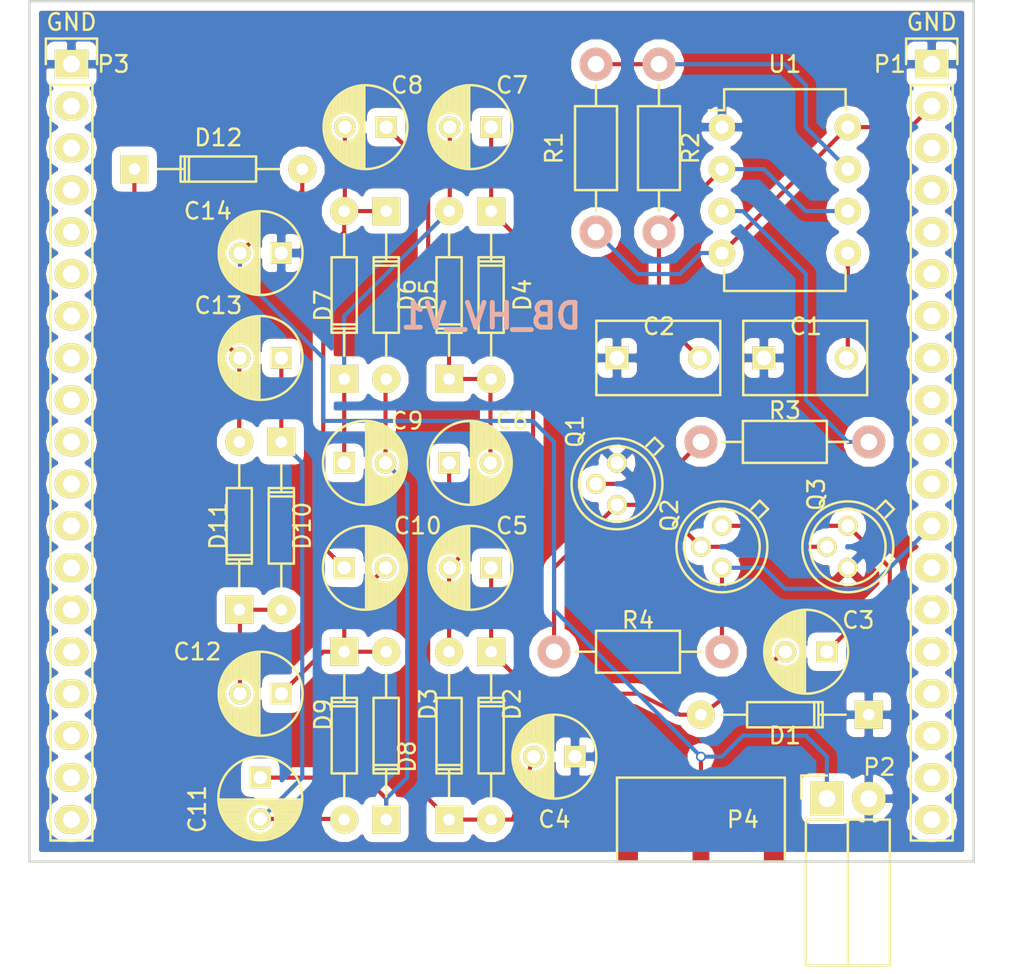
<source format=kicad_pcb>
(kicad_pcb (version 4) (host pcbnew 4.0.3+e1-6302~38~ubuntu16.04.1-stable)
  (layers (0 F.Cu signal) (31 B.Cu signal) (34 B.Paste user) (35 F.Paste user) (36 B.SilkS user) (37 F.SilkS user) (38 B.Mask user) (39 F.Mask user) (44 Edge.Cuts user))
  (net 0 "")
  (net 1 GND)
  (net 2 "Net-(C1-Pad2)")
  (net 3 "Net-(C2-Pad2)")
  (net 4 "Net-(C3-Pad2)")
  (net 5 "Net-(C3-Pad1)")
  (net 6 "Net-(C4-Pad2)")
  (net 7 "Net-(C5-Pad2)")
  (net 8 "Net-(C6-Pad2)")
  (net 9 "Net-(C7-Pad2)")
  (net 10 "Net-(C10-Pad1)")
  (net 11 "Net-(C11-Pad1)")
  (net 12 "Net-(C10-Pad2)")
  (net 13 "Net-(C11-Pad2)")
  (net 14 "Net-(C12-Pad2)")
  (net 15 "Net-(C13-Pad2)")
  (net 16 "Net-(C14-Pad2)")
  (net 17 VCC)
  (net 18 "Net-(P1-Pad3)")
  (net 19 "Net-(P1-Pad4)")
  (net 20 "Net-(P1-Pad5)")
  (net 21 "Net-(P1-Pad6)")
  (net 22 "Net-(P1-Pad7)")
  (net 23 "Net-(P1-Pad8)")
  (net 24 "Net-(P1-Pad9)")
  (net 25 "Net-(P1-Pad10)")
  (net 26 "Net-(P1-Pad11)")
  (net 27 "Net-(P1-Pad12)")
  (net 28 "Net-(P1-Pad13)")
  (net 29 "Net-(P1-Pad14)")
  (net 30 "Net-(P1-Pad15)")
  (net 31 "Net-(P1-Pad16)")
  (net 32 "Net-(P1-Pad17)")
  (net 33 "Net-(P1-Pad18)")
  (net 34 "Net-(P1-Pad19)")
  (net 35 "Net-(P3-Pad2)")
  (net 36 "Net-(P3-Pad3)")
  (net 37 "Net-(P3-Pad4)")
  (net 38 "Net-(P3-Pad5)")
  (net 39 "Net-(P3-Pad6)")
  (net 40 "Net-(P3-Pad7)")
  (net 41 "Net-(P3-Pad8)")
  (net 42 "Net-(P3-Pad9)")
  (net 43 "Net-(P3-Pad10)")
  (net 44 "Net-(P3-Pad11)")
  (net 45 "Net-(P3-Pad12)")
  (net 46 "Net-(P3-Pad13)")
  (net 47 "Net-(P3-Pad14)")
  (net 48 "Net-(P3-Pad15)")
  (net 49 "Net-(P3-Pad16)")
  (net 50 "Net-(P3-Pad17)")
  (net 51 "Net-(P3-Pad18)")
  (net 52 "Net-(P3-Pad19)")
  (net 53 "Net-(Q1-Pad2)")
  (net 54 "Net-(R1-Pad1)")
  (net 55 "Net-(R3-Pad2)")
  (net 56 "Net-(Q1-Pad3)")
  (module Capacitors_ThroughHole:C_Disc_D7.5_P5 (layer F.Cu) (at 115.57 53.34)
    (fp_text reference C1 (at 2.54 -1.905) (layer F.SilkS))
    (fp_text value 10n)
    (pad 1 thru_hole rect (at 0 0) (size 1.4 1.4) (drill 0.9) (layers *.Cu *.Mask F.SilkS) (net 1 GND))
    (pad 2 thru_hole circle (at 5 0) (size 1.4 1.4) (drill 0.9) (layers *.Cu *.Mask F.SilkS) (net 2 "Net-(C1-Pad2)"))
  )
  (module Capacitors_ThroughHole:C_Disc_D7.5_P5 (layer F.Cu) (at 106.68 53.34)
    (fp_text reference C2 (at 2.54 -1.905) (layer F.SilkS))
    (fp_text value 47n)
    (pad 1 thru_hole rect (at 0 0) (size 1.4 1.4) (drill 0.9) (layers *.Cu *.Mask F.SilkS) (net 1 GND))
    (pad 2 thru_hole circle (at 5 0) (size 1.4 1.4) (drill 0.9) (layers *.Cu *.Mask F.SilkS) (net 3 "Net-(C2-Pad2)"))
  )
  (module Diodes_ThroughHole:Diode_DO-35_SOD27_Horizontal_RM10 (layer F.Cu) (at 121.92 74.93 180)
    (fp_text reference D1 (at 5.08 -1.27 180) (layer F.SilkS))
    (fp_text value 1N4001)
    (pad 2 thru_hole circle (at 10.16052 -0.00254) (size 1.69926 1.69926) (drill 0.70104) (layers *.Cu *.Mask F.SilkS) (net 4 "Net-(C3-Pad2)"))
    (pad 1 thru_hole rect (at 0.00052 -0.00254) (size 1.69926 1.69926) (drill 0.70104) (layers *.Cu *.Mask F.SilkS) (net 1 GND))
  )
  (module Diodes_ThroughHole:Diode_DO-35_SOD27_Horizontal_RM10 (layer F.Cu) (at 99.06 71.12 270)
    (fp_text reference D2 (at 3.175 -1.27 270) (layer F.SilkS))
    (fp_text value 1N5062)
    (pad 2 thru_hole circle (at 10.16052 -0.00254 90) (size 1.69926 1.69926) (drill 0.70104) (layers *.Cu *.Mask F.SilkS) (net 6 "Net-(C4-Pad2)"))
    (pad 1 thru_hole rect (at 0.00052 -0.00254 90) (size 1.69926 1.69926) (drill 0.70104) (layers *.Cu *.Mask F.SilkS) (net 4 "Net-(C3-Pad2)"))
  )
  (module Diodes_ThroughHole:Diode_DO-35_SOD27_Horizontal_RM10 (layer F.Cu) (at 96.52 81.28 90)
    (fp_text reference D3 (at 6.985 -1.27 90) (layer F.SilkS))
    (fp_text value 1N5062)
    (pad 2 thru_hole circle (at 10.16052 -0.00254 270) (size 1.69926 1.69926) (drill 0.70104) (layers *.Cu *.Mask F.SilkS) (net 7 "Net-(C5-Pad2)"))
    (pad 1 thru_hole rect (at 0.00052 -0.00254 270) (size 1.69926 1.69926) (drill 0.70104) (layers *.Cu *.Mask F.SilkS) (net 6 "Net-(C4-Pad2)"))
  )
  (module Diodes_ThroughHole:Diode_DO-35_SOD27_Horizontal_RM10 (layer F.Cu) (at 99.06 44.45 270)
    (fp_text reference D4 (at 5.08 -1.905 270) (layer F.SilkS))
    (fp_text value 1N5062)
    (pad 2 thru_hole circle (at 10.16052 -0.00254 90) (size 1.69926 1.69926) (drill 0.70104) (layers *.Cu *.Mask F.SilkS) (net 8 "Net-(C6-Pad2)"))
    (pad 1 thru_hole rect (at 0.00052 -0.00254 90) (size 1.69926 1.69926) (drill 0.70104) (layers *.Cu *.Mask F.SilkS) (net 7 "Net-(C5-Pad2)"))
  )
  (module Diodes_ThroughHole:Diode_DO-35_SOD27_Horizontal_RM10 (layer F.Cu) (at 96.52 54.61 90)
    (fp_text reference D5 (at 5.08 -1.27 90) (layer F.SilkS))
    (fp_text value 1N5062)
    (pad 2 thru_hole circle (at 10.16052 -0.00254 270) (size 1.69926 1.69926) (drill 0.70104) (layers *.Cu *.Mask F.SilkS) (net 9 "Net-(C7-Pad2)"))
    (pad 1 thru_hole rect (at 0.00052 -0.00254 270) (size 1.69926 1.69926) (drill 0.70104) (layers *.Cu *.Mask F.SilkS) (net 8 "Net-(C6-Pad2)"))
  )
  (module Diodes_ThroughHole:Diode_DO-35_SOD27_Horizontal_RM10 (layer F.Cu) (at 90.17 54.61 90)
    (fp_text reference D6 (at 5.08 3.81 90) (layer F.SilkS))
    (fp_text value 1N5062)
    (pad 2 thru_hole circle (at 10.16052 -0.00254 270) (size 1.69926 1.69926) (drill 0.70104) (layers *.Cu *.Mask F.SilkS) (net 10 "Net-(C10-Pad1)"))
    (pad 1 thru_hole rect (at 0.00052 -0.00254 270) (size 1.69926 1.69926) (drill 0.70104) (layers *.Cu *.Mask F.SilkS) (net 9 "Net-(C7-Pad2)"))
  )
  (module Diodes_ThroughHole:Diode_DO-35_SOD27_Horizontal_RM10 (layer F.Cu) (at 92.71 44.45 270)
    (fp_text reference D7 (at 5.715 3.81 270) (layer F.SilkS))
    (fp_text value 1N5062)
    (pad 2 thru_hole circle (at 10.16052 -0.00254 90) (size 1.69926 1.69926) (drill 0.70104) (layers *.Cu *.Mask F.SilkS) (net 11 "Net-(C11-Pad1)"))
    (pad 1 thru_hole rect (at 0.00052 -0.00254 90) (size 1.69926 1.69926) (drill 0.70104) (layers *.Cu *.Mask F.SilkS) (net 10 "Net-(C10-Pad1)"))
  )
  (module Diodes_ThroughHole:Diode_DO-35_SOD27_Horizontal_RM10 (layer F.Cu) (at 92.71 81.28 90)
    (fp_text reference D8 (at 3.81 1.27 90) (layer F.SilkS))
    (fp_text value 1N5062)
    (pad 2 thru_hole circle (at 10.16052 -0.00254 270) (size 1.69926 1.69926) (drill 0.70104) (layers *.Cu *.Mask F.SilkS) (net 12 "Net-(C10-Pad2)"))
    (pad 1 thru_hole rect (at 0.00052 -0.00254 270) (size 1.69926 1.69926) (drill 0.70104) (layers *.Cu *.Mask F.SilkS) (net 11 "Net-(C11-Pad1)"))
  )
  (module Diodes_ThroughHole:Diode_DO-35_SOD27_Horizontal_RM10 (layer F.Cu) (at 90.17 71.12 270)
    (fp_text reference D9 (at 3.81 1.27 270) (layer F.SilkS))
    (fp_text value 1N5062)
    (pad 2 thru_hole circle (at 10.16052 -0.00254 90) (size 1.69926 1.69926) (drill 0.70104) (layers *.Cu *.Mask F.SilkS) (net 13 "Net-(C11-Pad2)"))
    (pad 1 thru_hole rect (at 0.00052 -0.00254 90) (size 1.69926 1.69926) (drill 0.70104) (layers *.Cu *.Mask F.SilkS) (net 12 "Net-(C10-Pad2)"))
  )
  (module Diodes_ThroughHole:Diode_DO-35_SOD27_Horizontal_RM10 (layer F.Cu) (at 86.36 58.42 270)
    (fp_text reference D10 (at 5.08 -1.27 270) (layer F.SilkS))
    (fp_text value 1N5062)
    (pad 2 thru_hole circle (at 10.16052 -0.00254 90) (size 1.69926 1.69926) (drill 0.70104) (layers *.Cu *.Mask F.SilkS) (net 14 "Net-(C12-Pad2)"))
    (pad 1 thru_hole rect (at 0.00052 -0.00254 90) (size 1.69926 1.69926) (drill 0.70104) (layers *.Cu *.Mask F.SilkS) (net 13 "Net-(C11-Pad2)"))
  )
  (module Diodes_ThroughHole:Diode_DO-35_SOD27_Horizontal_RM10 (layer F.Cu) (at 83.82 68.58 90)
    (fp_text reference D11 (at 5.08 -1.27 90) (layer F.SilkS))
    (fp_text value 1N5062)
    (pad 2 thru_hole circle (at 10.16052 -0.00254 270) (size 1.69926 1.69926) (drill 0.70104) (layers *.Cu *.Mask F.SilkS) (net 15 "Net-(C13-Pad2)"))
    (pad 1 thru_hole rect (at 0.00052 -0.00254 270) (size 1.69926 1.69926) (drill 0.70104) (layers *.Cu *.Mask F.SilkS) (net 14 "Net-(C12-Pad2)"))
  )
  (module Diodes_ThroughHole:Diode_DO-35_SOD27_Horizontal_RM10 (layer F.Cu) (at 77.47 41.91)
    (fp_text reference D12 (at 5.08 -1.905) (layer F.SilkS))
    (fp_text value 1N4001)
    (pad 2 thru_hole circle (at 10.16052 -0.00254 180) (size 1.69926 1.69926) (drill 0.70104) (layers *.Cu *.Mask F.SilkS) (net 16 "Net-(C14-Pad2)"))
    (pad 1 thru_hole rect (at 0.00052 -0.00254 180) (size 1.69926 1.69926) (drill 0.70104) (layers *.Cu *.Mask F.SilkS) (net 15 "Net-(C13-Pad2)"))
  )
  (module Resistors_ThroughHole:Resistor_Horizontal_RM10mm (layer F.Cu) (at 105.41 35.56 270)
    (fp_text reference R1 (at 5.08 2.54 270) (layer F.SilkS))
    (fp_text value 2.2k)
    (pad 1 thru_hole circle (at 0 0 270) (size 1.99898 1.99898) (drill 1.00076) (layers *.Cu *.SilkS *.Mask) (net 54 "Net-(R1-Pad1)"))
    (pad 2 thru_hole circle (at 10.16 0 270) (size 1.99898 1.99898) (drill 1.00076) (layers *.Cu *.SilkS *.Mask) (net 17 VCC))
  )
  (module Resistors_ThroughHole:Resistor_Horizontal_RM10mm (layer F.Cu) (at 109.22 35.56 270)
    (fp_text reference R2 (at 5.08 -1.905 270) (layer F.SilkS))
    (fp_text value 12k)
    (pad 1 thru_hole circle (at 0 0 270) (size 1.99898 1.99898) (drill 1.00076) (layers *.Cu *.SilkS *.Mask) (net 54 "Net-(R1-Pad1)"))
    (pad 2 thru_hole circle (at 10.16 0 270) (size 1.99898 1.99898) (drill 1.00076) (layers *.Cu *.SilkS *.Mask) (net 3 "Net-(C2-Pad2)"))
  )
  (module Resistors_ThroughHole:Resistor_Horizontal_RM10mm (layer F.Cu) (at 111.76 58.42)
    (fp_text reference R3 (at 5.08 -1.905) (layer F.SilkS))
    (fp_text value 3.3k)
    (pad 1 thru_hole circle (at 0 0) (size 1.99898 1.99898) (drill 1.00076) (layers *.Cu *.SilkS *.Mask) (net 53 "Net-(Q1-Pad2)"))
    (pad 2 thru_hole circle (at 10.16 0) (size 1.99898 1.99898) (drill 1.00076) (layers *.Cu *.SilkS *.Mask) (net 55 "Net-(R3-Pad2)"))
  )
  (module Resistors_ThroughHole:Resistor_Horizontal_RM10mm (layer F.Cu) (at 113.03 71.12 180)
    (fp_text reference R4 (at 5.08 1.905 180) (layer F.SilkS))
    (fp_text value 1.8k)
    (pad 1 thru_hole circle (at 0 0 180) (size 1.99898 1.99898) (drill 1.00076) (layers *.Cu *.SilkS *.Mask) (net 27 "Net-(P1-Pad12)"))
    (pad 2 thru_hole circle (at 10.16 0 180) (size 1.99898 1.99898) (drill 1.00076) (layers *.Cu *.SilkS *.Mask) (net 56 "Net-(Q1-Pad3)"))
  )
  (module Housings_DIP:DIP-8_W7.62mm (layer F.Cu) (at 113.03 39.37)
    (fp_text reference U1 (at 3.81 -3.81) (layer F.SilkS))
    (fp_text value LM555N)
    (pad 1 thru_hole oval (at 0 0) (size 1.6 1.6) (drill 0.8) (layers *.Cu *.Mask F.SilkS) (net 1 GND))
    (pad 2 thru_hole oval (at 0 2.54) (size 1.6 1.6) (drill 0.8) (layers *.Cu *.Mask F.SilkS) (net 3 "Net-(C2-Pad2)"))
    (pad 3 thru_hole oval (at 0 5.08) (size 1.6 1.6) (drill 0.8) (layers *.Cu *.Mask F.SilkS) (net 55 "Net-(R3-Pad2)"))
    (pad 4 thru_hole oval (at 0 7.62) (size 1.6 1.6) (drill 0.8) (layers *.Cu *.Mask F.SilkS) (net 17 VCC))
    (pad 5 thru_hole oval (at 7.62 7.62) (size 1.6 1.6) (drill 0.8) (layers *.Cu *.Mask F.SilkS) (net 2 "Net-(C1-Pad2)"))
    (pad 6 thru_hole oval (at 7.62 5.08) (size 1.6 1.6) (drill 0.8) (layers *.Cu *.Mask F.SilkS) (net 3 "Net-(C2-Pad2)"))
    (pad 7 thru_hole oval (at 7.62 2.54) (size 1.6 1.6) (drill 0.8) (layers *.Cu *.Mask F.SilkS) (net 54 "Net-(R1-Pad1)"))
    (pad 8 thru_hole oval (at 7.62 0) (size 1.6 1.6) (drill 0.8) (layers *.Cu *.Mask F.SilkS) (net 17 VCC))
  )
  (module Capacitors_ThroughHole:C_Radial_D5_L6_P2.5 (layer F.Cu) (at 86.36 46.99 180)
    (fp_text reference C14 (at 4.445 2.54 180) (layer F.SilkS))
    (fp_text value 4.7u)
    (pad 1 thru_hole rect (at 0 0 180) (size 1.3 1.3) (drill 0.8) (layers *.Cu *.Mask F.SilkS) (net 1 GND))
    (pad 2 thru_hole circle (at 2.5 0 180) (size 1.3 1.3) (drill 0.8) (layers *.Cu *.Mask F.SilkS) (net 16 "Net-(C14-Pad2)"))
  )
  (module Capacitors_ThroughHole:C_Radial_D5_L6_P2.5 (layer F.Cu) (at 86.36 53.34 180)
    (fp_text reference C13 (at 3.81 3.175 180) (layer F.SilkS))
    (fp_text value 4.7u)
    (pad 1 thru_hole rect (at 0 0 180) (size 1.3 1.3) (drill 0.8) (layers *.Cu *.Mask F.SilkS) (net 13 "Net-(C11-Pad2)"))
    (pad 2 thru_hole circle (at 2.5 0 180) (size 1.3 1.3) (drill 0.8) (layers *.Cu *.Mask F.SilkS) (net 15 "Net-(C13-Pad2)"))
  )
  (module Capacitors_ThroughHole:C_Radial_D5_L6_P2.5 (layer F.Cu) (at 86.36 73.66 180)
    (fp_text reference C12 (at 5.08 2.54 180) (layer F.SilkS))
    (fp_text value 4.7u)
    (pad 1 thru_hole rect (at 0 0 180) (size 1.3 1.3) (drill 0.8) (layers *.Cu *.Mask F.SilkS) (net 12 "Net-(C10-Pad2)"))
    (pad 2 thru_hole circle (at 2.5 0 180) (size 1.3 1.3) (drill 0.8) (layers *.Cu *.Mask F.SilkS) (net 14 "Net-(C12-Pad2)"))
  )
  (module Capacitors_ThroughHole:C_Radial_D5_L6_P2.5 (layer F.Cu) (at 85.09 78.74 270)
    (fp_text reference C11 (at 1.905 3.81 270) (layer F.SilkS))
    (fp_text value 4.7u)
    (pad 1 thru_hole rect (at 0 0 270) (size 1.3 1.3) (drill 0.8) (layers *.Cu *.Mask F.SilkS) (net 11 "Net-(C11-Pad1)"))
    (pad 2 thru_hole circle (at 2.5 0 270) (size 1.3 1.3) (drill 0.8) (layers *.Cu *.Mask F.SilkS) (net 13 "Net-(C11-Pad2)"))
  )
  (module Capacitors_ThroughHole:C_Radial_D5_L6_P2.5 (layer F.Cu) (at 90.17 66.04)
    (fp_text reference C10 (at 4.445 -2.54) (layer F.SilkS))
    (fp_text value 4.7u)
    (pad 1 thru_hole rect (at 0 0) (size 1.3 1.3) (drill 0.8) (layers *.Cu *.Mask F.SilkS) (net 10 "Net-(C10-Pad1)"))
    (pad 2 thru_hole circle (at 2.5 0) (size 1.3 1.3) (drill 0.8) (layers *.Cu *.Mask F.SilkS) (net 12 "Net-(C10-Pad2)"))
  )
  (module Capacitors_ThroughHole:C_Radial_D5_L6_P2.5 (layer F.Cu) (at 90.17 59.69)
    (fp_text reference C9 (at 3.81 -2.54) (layer F.SilkS))
    (fp_text value 4.7u)
    (pad 1 thru_hole rect (at 0 0) (size 1.3 1.3) (drill 0.8) (layers *.Cu *.Mask F.SilkS) (net 9 "Net-(C7-Pad2)"))
    (pad 2 thru_hole circle (at 2.5 0) (size 1.3 1.3) (drill 0.8) (layers *.Cu *.Mask F.SilkS) (net 11 "Net-(C11-Pad1)"))
  )
  (module Capacitors_ThroughHole:C_Radial_D5_L6_P2.5 (layer F.Cu) (at 92.71 39.37 180)
    (fp_text reference C8 (at -1.27 2.54 180) (layer F.SilkS))
    (fp_text value 4.7u)
    (pad 1 thru_hole rect (at 0 0 180) (size 1.3 1.3) (drill 0.8) (layers *.Cu *.Mask F.SilkS) (net 8 "Net-(C6-Pad2)"))
    (pad 2 thru_hole circle (at 2.5 0 180) (size 1.3 1.3) (drill 0.8) (layers *.Cu *.Mask F.SilkS) (net 10 "Net-(C10-Pad1)"))
  )
  (module Capacitors_ThroughHole:C_Radial_D5_L6_P2.5 (layer F.Cu) (at 99.06 39.37 180)
    (fp_text reference C7 (at -1.27 2.54 180) (layer F.SilkS))
    (fp_text value 4.7u)
    (pad 1 thru_hole rect (at 0 0 180) (size 1.3 1.3) (drill 0.8) (layers *.Cu *.Mask F.SilkS) (net 7 "Net-(C5-Pad2)"))
    (pad 2 thru_hole circle (at 2.5 0 180) (size 1.3 1.3) (drill 0.8) (layers *.Cu *.Mask F.SilkS) (net 9 "Net-(C7-Pad2)"))
  )
  (module Capacitors_ThroughHole:C_Radial_D5_L6_P2.5 (layer F.Cu) (at 96.52 59.69)
    (fp_text reference C6 (at 3.81 -2.54) (layer F.SilkS))
    (fp_text value 4.7u)
    (pad 1 thru_hole rect (at 0 0) (size 1.3 1.3) (drill 0.8) (layers *.Cu *.Mask F.SilkS) (net 6 "Net-(C4-Pad2)"))
    (pad 2 thru_hole circle (at 2.5 0) (size 1.3 1.3) (drill 0.8) (layers *.Cu *.Mask F.SilkS) (net 8 "Net-(C6-Pad2)"))
  )
  (module Capacitors_ThroughHole:C_Radial_D5_L6_P2.5 (layer F.Cu) (at 99.06 66.04 180)
    (fp_text reference C5 (at -1.27 2.54 180) (layer F.SilkS))
    (fp_text value 4.7u)
    (pad 1 thru_hole rect (at 0 0 180) (size 1.3 1.3) (drill 0.8) (layers *.Cu *.Mask F.SilkS) (net 4 "Net-(C3-Pad2)"))
    (pad 2 thru_hole circle (at 2.5 0 180) (size 1.3 1.3) (drill 0.8) (layers *.Cu *.Mask F.SilkS) (net 7 "Net-(C5-Pad2)"))
  )
  (module Capacitors_ThroughHole:C_Radial_D5_L6_P2.5 (layer F.Cu) (at 104.14 77.47 180)
    (fp_text reference C4 (at 1.25 -3.8 180) (layer F.SilkS))
    (fp_text value 4.7u)
    (pad 1 thru_hole rect (at 0 0 180) (size 1.3 1.3) (drill 0.8) (layers *.Cu *.Mask F.SilkS) (net 1 GND))
    (pad 2 thru_hole circle (at 2.5 0 180) (size 1.3 1.3) (drill 0.8) (layers *.Cu *.Mask F.SilkS) (net 6 "Net-(C4-Pad2)"))
  )
  (module Capacitors_ThroughHole:C_Radial_D5_L6_P2.5 (layer F.Cu) (at 119.38 71.12 180)
    (fp_text reference C3 (at -1.905 1.905 180) (layer F.SilkS))
    (fp_text value 47u)
    (pad 1 thru_hole rect (at 0 0 180) (size 1.3 1.3) (drill 0.8) (layers *.Cu *.Mask F.SilkS) (net 5 "Net-(C3-Pad1)"))
    (pad 2 thru_hole circle (at 2.5 0 180) (size 1.3 1.3) (drill 0.8) (layers *.Cu *.Mask F.SilkS) (net 4 "Net-(C3-Pad2)"))
  )
  (module TO_SOT_Packages_THT:TO-18_3Pin (layer F.Cu) (at 106.68 60.96 90)
    (fp_text reference Q1 (at 3.175 -2.54 90) (layer F.SilkS))
    (fp_text value Q2N2222)
    (pad 1 thru_hole circle (at 1.27 0 90) (size 1.2 1.2) (drill 0.8) (layers *.Cu *.Mask F.SilkS) (net 1 GND))
    (pad 2 thru_hole circle (at 0 -1.27 90) (size 1.2 1.2) (drill 0.8) (layers *.Cu *.Mask F.SilkS) (net 53 "Net-(Q1-Pad2)"))
    (pad 3 thru_hole circle (at -1.27 0 90) (size 1.2 1.2) (drill 0.8) (layers *.Cu *.Mask F.SilkS) (net 56 "Net-(Q1-Pad3)"))
  )
  (module TO_SOT_Packages_THT:TO-18_3Pin (layer F.Cu) (at 120.65 64.77 90)
    (fp_text reference Q3 (at 3.175 -1.905 90) (layer F.SilkS))
    (fp_text value Q2N2907)
    (pad 1 thru_hole circle (at 1.27 0 90) (size 1.2 1.2) (drill 0.8) (layers *.Cu *.Mask F.SilkS) (net 5 "Net-(C3-Pad1)"))
    (pad 2 thru_hole circle (at 0 -1.27 90) (size 1.2 1.2) (drill 0.8) (layers *.Cu *.Mask F.SilkS) (net 56 "Net-(Q1-Pad3)"))
    (pad 3 thru_hole circle (at -1.27 0 90) (size 1.2 1.2) (drill 0.8) (layers *.Cu *.Mask F.SilkS) (net 1 GND))
  )
  (module TO_SOT_Packages_THT:TO-18_3Pin (layer F.Cu) (at 113.03 64.77 90)
    (fp_text reference Q2 (at 1.905 -3.175 90) (layer F.SilkS))
    (fp_text value Q2N2222)
    (pad 1 thru_hole circle (at 1.27 0 90) (size 1.2 1.2) (drill 0.8) (layers *.Cu *.Mask F.SilkS) (net 5 "Net-(C3-Pad1)"))
    (pad 2 thru_hole circle (at 0 -1.27 90) (size 1.2 1.2) (drill 0.8) (layers *.Cu *.Mask F.SilkS) (net 56 "Net-(Q1-Pad3)"))
    (pad 3 thru_hole circle (at -1.27 0 90) (size 1.2 1.2) (drill 0.8) (layers *.Cu *.Mask F.SilkS) (net 27 "Net-(P1-Pad12)"))
  )
  (module Socket_Strips:Socket_Strip_Angled_1x02 (layer F.Cu) (at 119.38 80.01)
    (fp_text reference P2 (at 3.175 -1.905) (layer F.SilkS))
    (fp_text value CONN_01X02)
    (pad 1 thru_hole rect (at 0 0) (size 2.032 2.032) (drill 1.016) (layers *.Cu *.Mask F.SilkS) (net 16 "Net-(C14-Pad2)"))
    (pad 2 thru_hole oval (at 2.54 0) (size 2.032 2.032) (drill 1.016) (layers *.Cu *.Mask F.SilkS) (net 1 GND))
  )
  (module Echopen:SMA (layer F.Cu) (at 111.76 81.28)
    (fp_text reference P4 (at 2.54 0) (layer F.SilkS))
    (fp_text value SMA)
    (pad 2 smd rect (at -5.08 0) (size 1.27 5.08) (drill (offset 0.635 0)) (layers *.Paste *.Mask F.Cu) (net 1 GND))
    (pad 2 smd rect (at 5.08 0) (size 1.27 5.08) (drill (offset -0.635 0)) (layers *.Paste *.Mask F.Cu) (net 1 GND))
    (pad 1 smd rect (at 0 0) (size 1.016 5.08) (layers F.Cu F.Paste F.Mask) (net 16 "Net-(C14-Pad2)"))
  )
  (module Echopen:Header_pin_1x19 (layer F.Cu) (at 125.73 58.42)
    (fp_text reference P1 (at -2.54 -22.86) (layer F.SilkS))
    (fp_text value CONN_01X19)
    (fp_text user GND (at 0 -25.4) (layer F.SilkS))
    (pad 1 thru_hole rect (at 0 -22.86 270) (size 1.7272 2.032) (drill 1.016) (layers *.Cu *.Mask F.SilkS) (net 1 GND))
    (pad 2 thru_hole oval (at 0 -20.32 270) (size 1.7272 2.032) (drill 1.016) (layers *.Cu *.Mask F.SilkS) (net 17 VCC))
    (pad 3 thru_hole oval (at 0 -17.78 270) (size 1.7272 2.032) (drill 1.016) (layers *.Cu *.Mask F.SilkS) (net 18 "Net-(P1-Pad3)"))
    (pad 4 thru_hole oval (at 0 -15.24 270) (size 1.7272 2.032) (drill 1.016) (layers *.Cu *.Mask F.SilkS) (net 19 "Net-(P1-Pad4)"))
    (pad 5 thru_hole oval (at 0 -12.7 270) (size 1.7272 2.032) (drill 1.016) (layers *.Cu *.Mask F.SilkS) (net 20 "Net-(P1-Pad5)"))
    (pad 6 thru_hole oval (at 0 -10.16 270) (size 1.7272 2.032) (drill 1.016) (layers *.Cu *.Mask F.SilkS) (net 21 "Net-(P1-Pad6)"))
    (pad 7 thru_hole oval (at 0 -7.62 270) (size 1.7272 2.032) (drill 1.016) (layers *.Cu *.Mask F.SilkS) (net 22 "Net-(P1-Pad7)"))
    (pad 8 thru_hole oval (at 0 -5.08 270) (size 1.7272 2.032) (drill 1.016) (layers *.Cu *.Mask F.SilkS) (net 23 "Net-(P1-Pad8)"))
    (pad 9 thru_hole oval (at 0 -2.54 270) (size 1.7272 2.032) (drill 1.016) (layers *.Cu *.Mask F.SilkS) (net 24 "Net-(P1-Pad9)"))
    (pad 10 thru_hole oval (at 0 0 270) (size 1.7272 2.032) (drill 1.016) (layers *.Cu *.Mask F.SilkS) (net 25 "Net-(P1-Pad10)"))
    (pad 11 thru_hole oval (at 0 2.54 270) (size 1.7272 2.032) (drill 1.016) (layers *.Cu *.Mask F.SilkS) (net 26 "Net-(P1-Pad11)"))
    (pad 12 thru_hole oval (at 0 5.08 270) (size 1.7272 2.032) (drill 1.016) (layers *.Cu *.Mask F.SilkS) (net 27 "Net-(P1-Pad12)"))
    (pad 13 thru_hole oval (at 0 7.62 270) (size 1.7272 2.032) (drill 1.016) (layers *.Cu *.Mask F.SilkS) (net 28 "Net-(P1-Pad13)"))
    (pad 14 thru_hole oval (at 0 10.16 270) (size 1.7272 2.032) (drill 1.016) (layers *.Cu *.Mask F.SilkS) (net 29 "Net-(P1-Pad14)"))
    (pad 15 thru_hole oval (at 0 12.7 270) (size 1.7272 2.032) (drill 1.016) (layers *.Cu *.Mask F.SilkS) (net 30 "Net-(P1-Pad15)"))
    (pad 16 thru_hole oval (at 0 15.24 270) (size 1.7272 2.032) (drill 1.016) (layers *.Cu *.Mask F.SilkS) (net 31 "Net-(P1-Pad16)"))
    (pad 17 thru_hole oval (at 0 17.78 270) (size 1.7272 2.032) (drill 1.016) (layers *.Cu *.Mask F.SilkS) (net 32 "Net-(P1-Pad17)"))
    (pad 18 thru_hole oval (at 0 20.32 270) (size 1.7272 2.032) (drill 1.016) (layers *.Cu *.Mask F.SilkS) (net 33 "Net-(P1-Pad18)"))
    (pad 19 thru_hole oval (at 0 22.86 270) (size 1.7272 2.032) (drill 1.016) (layers *.Cu *.Mask F.SilkS) (net 34 "Net-(P1-Pad19)"))
  )
  (module Echopen:Header_pin_1x19 (layer F.Cu) (at 73.66 58.42)
    (fp_text reference P3 (at 2.54 -22.86) (layer F.SilkS))
    (fp_text value CONN_01X19)
    (fp_text user GND (at 0 -25.4) (layer F.SilkS))
    (pad 1 thru_hole rect (at 0 -22.86 270) (size 1.7272 2.032) (drill 1.016) (layers *.Cu *.Mask F.SilkS) (net 1 GND))
    (pad 2 thru_hole oval (at 0 -20.32 270) (size 1.7272 2.032) (drill 1.016) (layers *.Cu *.Mask F.SilkS) (net 35 "Net-(P3-Pad2)"))
    (pad 3 thru_hole oval (at 0 -17.78 270) (size 1.7272 2.032) (drill 1.016) (layers *.Cu *.Mask F.SilkS) (net 36 "Net-(P3-Pad3)"))
    (pad 4 thru_hole oval (at 0 -15.24 270) (size 1.7272 2.032) (drill 1.016) (layers *.Cu *.Mask F.SilkS) (net 37 "Net-(P3-Pad4)"))
    (pad 5 thru_hole oval (at 0 -12.7 270) (size 1.7272 2.032) (drill 1.016) (layers *.Cu *.Mask F.SilkS) (net 38 "Net-(P3-Pad5)"))
    (pad 6 thru_hole oval (at 0 -10.16 270) (size 1.7272 2.032) (drill 1.016) (layers *.Cu *.Mask F.SilkS) (net 39 "Net-(P3-Pad6)"))
    (pad 7 thru_hole oval (at 0 -7.62 270) (size 1.7272 2.032) (drill 1.016) (layers *.Cu *.Mask F.SilkS) (net 40 "Net-(P3-Pad7)"))
    (pad 8 thru_hole oval (at 0 -5.08 270) (size 1.7272 2.032) (drill 1.016) (layers *.Cu *.Mask F.SilkS) (net 41 "Net-(P3-Pad8)"))
    (pad 9 thru_hole oval (at 0 -2.54 270) (size 1.7272 2.032) (drill 1.016) (layers *.Cu *.Mask F.SilkS) (net 42 "Net-(P3-Pad9)"))
    (pad 10 thru_hole oval (at 0 0 270) (size 1.7272 2.032) (drill 1.016) (layers *.Cu *.Mask F.SilkS) (net 43 "Net-(P3-Pad10)"))
    (pad 11 thru_hole oval (at 0 2.54 270) (size 1.7272 2.032) (drill 1.016) (layers *.Cu *.Mask F.SilkS) (net 44 "Net-(P3-Pad11)"))
    (pad 12 thru_hole oval (at 0 5.08 270) (size 1.7272 2.032) (drill 1.016) (layers *.Cu *.Mask F.SilkS) (net 45 "Net-(P3-Pad12)"))
    (pad 13 thru_hole oval (at 0 7.62 270) (size 1.7272 2.032) (drill 1.016) (layers *.Cu *.Mask F.SilkS) (net 46 "Net-(P3-Pad13)"))
    (pad 14 thru_hole oval (at 0 10.16 270) (size 1.7272 2.032) (drill 1.016) (layers *.Cu *.Mask F.SilkS) (net 47 "Net-(P3-Pad14)"))
    (pad 15 thru_hole oval (at 0 12.7 270) (size 1.7272 2.032) (drill 1.016) (layers *.Cu *.Mask F.SilkS) (net 48 "Net-(P3-Pad15)"))
    (pad 16 thru_hole oval (at 0 15.24 270) (size 1.7272 2.032) (drill 1.016) (layers *.Cu *.Mask F.SilkS) (net 49 "Net-(P3-Pad16)"))
    (pad 17 thru_hole oval (at 0 17.78 270) (size 1.7272 2.032) (drill 1.016) (layers *.Cu *.Mask F.SilkS) (net 50 "Net-(P3-Pad17)"))
    (pad 18 thru_hole oval (at 0 20.32 270) (size 1.7272 2.032) (drill 1.016) (layers *.Cu *.Mask F.SilkS) (net 51 "Net-(P3-Pad18)"))
    (pad 19 thru_hole oval (at 0 22.86 270) (size 1.7272 2.032) (drill 1.016) (layers *.Cu *.Mask F.SilkS) (net 52 "Net-(P3-Pad19)"))
  )
  (gr_text DB_HV_V1 (at 99.06 50.8) (layer B.SilkS) (effects (font (size 1.5 1.5) (thickness 0.3)) (justify mirror)))
  (gr_line (start 128.27 31.75) (end 71.12 31.75) (angle 90) (layer Edge.Cuts) (width 0.15))
  (gr_line (start 128.27 83.82) (end 128.27 31.75) (angle 90) (layer Edge.Cuts) (width 0.15))
  (gr_line (start 71.12 83.82) (end 128.27 83.82) (angle 90) (layer Edge.Cuts) (width 0.15))
  (gr_line (start 71.12 31.75) (end 71.12 83.82) (angle 90) (layer Edge.Cuts) (width 0.15))
  (segment (start 120.65 46.99) (end 120.65 53.26) (width 0.25) (layer F.Cu) (net 2))
  (segment (start 120.65 53.26) (end 120.57 53.34) (width 0.25) (layer F.Cu) (net 2))
  (segment (start 109.22 45.72) (end 109.22 50.88) (width 0.25) (layer F.Cu) (net 3))
  (segment (start 109.22 50.88) (end 111.68 53.34) (width 0.25) (layer F.Cu) (net 3))
  (segment (start 109.22 45.72) (end 113.03 41.91) (width 0.25) (layer F.Cu) (net 3))
  (segment (start 120.65 44.45) (end 118.11 44.45) (width 0.25) (layer B.Cu) (net 3))
  (segment (start 115.57 41.91) (end 113.03 41.91) (width 0.25) (layer B.Cu) (net 3))
  (segment (start 118.11 44.45) (end 115.57 41.91) (width 0.25) (layer B.Cu) (net 3))
  (segment (start 99.06254 71.12052) (end 99.06254 66.04254) (width 0.25) (layer F.Cu) (net 4))
  (segment (start 99.06254 66.04254) (end 99.06 66.04) (width 0.25) (layer F.Cu) (net 4))
  (segment (start 111.75948 74.93254) (end 110.49 74.93) (width 0.25) (layer F.Cu) (net 4))
  (segment (start 101.60202 73.66) (end 99.06254 71.12052) (width 0.25) (layer F.Cu) (net 4))
  (segment (start 107.95 73.66) (end 101.60202 73.66) (width 0.25) (layer F.Cu) (net 4))
  (segment (start 110.49 74.93) (end 107.95 73.66) (width 0.25) (layer F.Cu) (net 4))
  (segment (start 111.75948 74.93254) (end 111.79746 74.93254) (width 0.25) (layer F.Cu) (net 4))
  (segment (start 111.79746 74.93254) (end 116.88 71.12) (width 0.25) (layer F.Cu) (net 4))
  (segment (start 120.65 63.5) (end 123.19 66.04) (width 0.25) (layer F.Cu) (net 5))
  (segment (start 123.19 67.31) (end 119.38 71.12) (width 0.25) (layer F.Cu) (net 5))
  (segment (start 123.19 66.04) (end 123.19 67.31) (width 0.25) (layer F.Cu) (net 5))
  (segment (start 113.03 63.5) (end 120.65 63.5) (width 0.25) (layer F.Cu) (net 5))
  (segment (start 96.52 59.69) (end 96.52 62.23) (width 0.25) (layer F.Cu) (net 6))
  (segment (start 95.25 80.01202) (end 96.51746 81.27948) (width 0.25) (layer F.Cu) (net 6))
  (segment (start 95.25 63.5) (end 95.25 80.01202) (width 0.25) (layer F.Cu) (net 6))
  (segment (start 96.52 62.23) (end 95.25 63.5) (width 0.25) (layer F.Cu) (net 6))
  (segment (start 96.51746 81.27948) (end 99.0615 81.27948) (width 0.25) (layer F.Cu) (net 6))
  (segment (start 99.0615 81.27948) (end 99.06254 81.28052) (width 0.25) (layer F.Cu) (net 6))
  (segment (start 99.06254 81.28052) (end 100.36948 81.28052) (width 0.25) (layer F.Cu) (net 6))
  (segment (start 100.36948 81.28052) (end 101.64 77.47) (width 0.25) (layer F.Cu) (net 6))
  (segment (start 99.06254 44.45052) (end 99.06254 39.37254) (width 0.25) (layer F.Cu) (net 7))
  (segment (start 99.06254 39.37254) (end 99.06 39.37) (width 0.25) (layer F.Cu) (net 7))
  (segment (start 96.56 66.04) (end 96.56 66) (width 0.25) (layer F.Cu) (net 7))
  (segment (start 96.56 66) (end 101.6 60.96) (width 0.25) (layer F.Cu) (net 7))
  (segment (start 101.6 46.99) (end 99.06254 44.45254) (width 0.25) (layer F.Cu) (net 7))
  (segment (start 101.6 60.96) (end 101.6 46.99) (width 0.25) (layer F.Cu) (net 7))
  (segment (start 99.06254 44.45254) (end 99.06254 44.45052) (width 0.25) (layer F.Cu) (net 7))
  (segment (start 96.51746 71.11948) (end 96.51746 66.08254) (width 0.25) (layer F.Cu) (net 7))
  (segment (start 96.51746 66.08254) (end 96.56 66.04) (width 0.25) (layer F.Cu) (net 7))
  (segment (start 96.51746 54.60948) (end 96.51746 49.52746) (width 0.25) (layer F.Cu) (net 8))
  (segment (start 95.25 41.91) (end 92.71 39.37) (width 0.25) (layer F.Cu) (net 8))
  (segment (start 95.25 48.26) (end 95.25 41.91) (width 0.25) (layer F.Cu) (net 8))
  (segment (start 96.51746 49.52746) (end 95.25 48.26) (width 0.25) (layer F.Cu) (net 8))
  (segment (start 99.06254 54.61052) (end 96.5185 54.61052) (width 0.25) (layer F.Cu) (net 8))
  (segment (start 96.5185 54.61052) (end 96.51746 54.60948) (width 0.25) (layer F.Cu) (net 8))
  (segment (start 99.02 59.69) (end 99.02 54.65306) (width 0.25) (layer F.Cu) (net 8))
  (segment (start 99.02 54.65306) (end 99.06254 54.61052) (width 0.25) (layer F.Cu) (net 8))
  (segment (start 90.17 59.69) (end 90.17 54.61202) (width 0.25) (layer F.Cu) (net 9))
  (segment (start 90.17 54.61202) (end 90.16746 54.60948) (width 0.25) (layer F.Cu) (net 9))
  (segment (start 90.16746 54.60948) (end 90.16746 50.79948) (width 0.25) (layer B.Cu) (net 9))
  (segment (start 90.16746 50.79948) (end 96.51746 44.44948) (width 0.25) (layer B.Cu) (net 9))
  (segment (start 96.56 39.37) (end 96.56 44.40694) (width 0.25) (layer F.Cu) (net 9))
  (segment (start 96.56 44.40694) (end 96.51746 44.44948) (width 0.25) (layer F.Cu) (net 9))
  (segment (start 90.16746 44.44948) (end 90.16746 45.72254) (width 0.25) (layer F.Cu) (net 10))
  (segment (start 88.9 64.77) (end 90.17 66.04) (width 0.25) (layer F.Cu) (net 10))
  (segment (start 88.9 46.99) (end 88.9 64.77) (width 0.25) (layer F.Cu) (net 10))
  (segment (start 90.16746 45.72254) (end 88.9 46.99) (width 0.25) (layer F.Cu) (net 10))
  (segment (start 90.16746 44.44948) (end 92.7115 44.44948) (width 0.25) (layer F.Cu) (net 10))
  (segment (start 92.7115 44.44948) (end 92.71254 44.45052) (width 0.25) (layer F.Cu) (net 10))
  (segment (start 90.21 39.37) (end 90.21 44.40694) (width 0.25) (layer F.Cu) (net 10))
  (segment (start 90.21 44.40694) (end 90.16746 44.44948) (width 0.25) (layer F.Cu) (net 10))
  (segment (start 85.09 78.74) (end 91.44 78.74) (width 0.25) (layer F.Cu) (net 11))
  (segment (start 92.70746 80.00746) (end 92.70746 81.27948) (width 0.25) (layer F.Cu) (net 11))
  (segment (start 91.44 78.74) (end 92.70746 80.00746) (width 0.25) (layer F.Cu) (net 11))
  (segment (start 92.70746 81.27948) (end 92.70746 80.01254) (width 0.25) (layer B.Cu) (net 11))
  (segment (start 93.98 61) (end 92.67 59.69) (width 0.25) (layer B.Cu) (net 11))
  (segment (start 93.98 78.74) (end 93.98 61) (width 0.25) (layer B.Cu) (net 11))
  (segment (start 92.70746 80.01254) (end 93.98 78.74) (width 0.25) (layer B.Cu) (net 11))
  (segment (start 92.67 59.69) (end 92.67 54.65306) (width 0.25) (layer F.Cu) (net 11))
  (segment (start 92.67 54.65306) (end 92.71254 54.61052) (width 0.25) (layer F.Cu) (net 11))
  (segment (start 90.17254 71.12052) (end 88.89948 71.12052) (width 0.25) (layer F.Cu) (net 12))
  (segment (start 88.89948 71.12052) (end 86.36 73.66) (width 0.25) (layer F.Cu) (net 12))
  (segment (start 90.17254 71.12052) (end 92.70642 71.12052) (width 0.25) (layer F.Cu) (net 12))
  (segment (start 92.70642 71.12052) (end 92.70746 71.11948) (width 0.25) (layer F.Cu) (net 12))
  (segment (start 90.17254 71.12052) (end 90.17254 68.53746) (width 0.25) (layer F.Cu) (net 12))
  (segment (start 90.17254 68.53746) (end 92.67 66.04) (width 0.25) (layer F.Cu) (net 12))
  (segment (start 86.36254 58.42052) (end 86.36254 53.34254) (width 0.25) (layer F.Cu) (net 13))
  (segment (start 86.36254 53.34254) (end 86.36 53.34) (width 0.25) (layer F.Cu) (net 13))
  (segment (start 85.09 81.24) (end 85.13 81.24) (width 0.25) (layer B.Cu) (net 13))
  (segment (start 85.13 81.24) (end 87.63 78.74) (width 0.25) (layer B.Cu) (net 13))
  (segment (start 87.63 59.68798) (end 86.36254 58.42052) (width 0.25) (layer B.Cu) (net 13))
  (segment (start 87.63 78.74) (end 87.63 59.68798) (width 0.25) (layer B.Cu) (net 13))
  (segment (start 85.09 81.24) (end 90.13202 81.24) (width 0.25) (layer F.Cu) (net 13))
  (segment (start 90.13202 81.24) (end 90.17254 81.28052) (width 0.25) (layer F.Cu) (net 13))
  (segment (start 83.81746 68.57948) (end 86.3615 68.57948) (width 0.25) (layer F.Cu) (net 14))
  (segment (start 86.3615 68.57948) (end 86.36254 68.58052) (width 0.25) (layer F.Cu) (net 14))
  (segment (start 83.86 73.66) (end 83.86 68.62202) (width 0.25) (layer F.Cu) (net 14))
  (segment (start 83.86 68.62202) (end 83.81746 68.57948) (width 0.25) (layer F.Cu) (net 14))
  (segment (start 77.47052 41.90746) (end 77.47052 46.95052) (width 0.25) (layer F.Cu) (net 15))
  (segment (start 77.47052 46.95052) (end 83.86 53.34) (width 0.25) (layer F.Cu) (net 15))
  (segment (start 83.81746 58.41948) (end 83.81746 53.38254) (width 0.25) (layer F.Cu) (net 15))
  (segment (start 83.81746 53.38254) (end 83.86 53.34) (width 0.25) (layer F.Cu) (net 15))
  (segment (start 111.76 77.47) (end 111.76 81.28) (width 0.25) (layer F.Cu) (net 16))
  (via (at 111.76 77.47) (size 0.6) (drill 0.4) (layers F.Cu B.Cu) (net 16))
  (segment (start 83.86 46.99) (end 83.86 48.3) (width 0.25) (layer B.Cu) (net 16))
  (segment (start 119.38 77.47) (end 119.38 80.01) (width 0.25) (layer B.Cu) (net 16))
  (segment (start 118.11 76.2) (end 119.38 77.47) (width 0.25) (layer B.Cu) (net 16))
  (segment (start 114.3 76.2) (end 118.11 76.2) (width 0.25) (layer B.Cu) (net 16))
  (segment (start 113.03 77.47) (end 114.3 76.2) (width 0.25) (layer B.Cu) (net 16))
  (segment (start 111.76 77.47) (end 113.03 77.47) (width 0.25) (layer B.Cu) (net 16))
  (segment (start 102.87 68.58) (end 111.76 77.47) (width 0.25) (layer B.Cu) (net 16))
  (segment (start 102.87 58.42) (end 102.87 68.58) (width 0.25) (layer B.Cu) (net 16))
  (segment (start 101.6 57.15) (end 102.87 58.42) (width 0.25) (layer B.Cu) (net 16))
  (segment (start 88.9 57.15) (end 101.6 57.15) (width 0.25) (layer B.Cu) (net 16))
  (segment (start 88.9 53.34) (end 88.9 57.15) (width 0.25) (layer B.Cu) (net 16))
  (segment (start 83.86 48.3) (end 88.9 53.34) (width 0.25) (layer B.Cu) (net 16))
  (segment (start 83.86 46.99) (end 83.86 47.03) (width 0.25) (layer B.Cu) (net 16))
  (segment (start 87.63052 41.90746) (end 87.63052 43.21948) (width 0.25) (layer F.Cu) (net 16))
  (segment (start 87.63052 43.21948) (end 83.86 46.99) (width 0.25) (layer F.Cu) (net 16))
  (segment (start 120.65 39.37) (end 124.46 39.37) (width 0.25) (layer F.Cu) (net 17))
  (segment (start 124.46 39.37) (end 125.73 38.1) (width 0.25) (layer F.Cu) (net 17))
  (segment (start 113.03 46.99) (end 111.76 46.99) (width 0.25) (layer B.Cu) (net 17))
  (segment (start 107.95 48.26) (end 105.41 45.72) (width 0.25) (layer B.Cu) (net 17))
  (segment (start 110.49 48.26) (end 107.95 48.26) (width 0.25) (layer B.Cu) (net 17))
  (segment (start 111.76 46.99) (end 110.49 48.26) (width 0.25) (layer B.Cu) (net 17))
  (segment (start 113.03 46.99) (end 120.65 39.37) (width 0.25) (layer F.Cu) (net 17))
  (segment (start 113.03 66.04) (end 115.57 66.04) (width 0.25) (layer B.Cu) (net 27))
  (segment (start 123.19 66.04) (end 125.73 63.5) (width 0.25) (layer B.Cu) (net 27))
  (segment (start 121.92 67.31) (end 123.19 66.04) (width 0.25) (layer B.Cu) (net 27))
  (segment (start 116.84 67.31) (end 121.92 67.31) (width 0.25) (layer B.Cu) (net 27))
  (segment (start 115.57 66.04) (end 116.84 67.31) (width 0.25) (layer B.Cu) (net 27))
  (segment (start 113.03 71.12) (end 113.03 66.04) (width 0.25) (layer F.Cu) (net 27))
  (segment (start 105.41 60.96) (end 109.22 60.96) (width 0.25) (layer F.Cu) (net 53))
  (segment (start 109.22 60.96) (end 111.76 58.42) (width 0.25) (layer F.Cu) (net 53))
  (segment (start 109.22 35.56) (end 116.84 35.56) (width 0.25) (layer B.Cu) (net 54))
  (segment (start 118.11 39.37) (end 120.65 41.91) (width 0.25) (layer B.Cu) (net 54))
  (segment (start 118.11 36.83) (end 118.11 39.37) (width 0.25) (layer B.Cu) (net 54))
  (segment (start 116.84 35.56) (end 118.11 36.83) (width 0.25) (layer B.Cu) (net 54))
  (segment (start 105.41 35.56) (end 109.22 35.56) (width 0.25) (layer F.Cu) (net 54))
  (segment (start 113.03 44.45) (end 114.3 44.45) (width 0.25) (layer B.Cu) (net 55))
  (segment (start 120.65 58.42) (end 121.92 58.42) (width 0.25) (layer B.Cu) (net 55))
  (segment (start 118.11 55.88) (end 120.65 58.42) (width 0.25) (layer B.Cu) (net 55))
  (segment (start 118.11 48.26) (end 118.11 55.88) (width 0.25) (layer B.Cu) (net 55))
  (segment (start 114.3 44.45) (end 118.11 48.26) (width 0.25) (layer B.Cu) (net 55))
  (segment (start 111.76 64.77) (end 119.38 64.77) (width 0.25) (layer F.Cu) (net 56))
  (segment (start 106.68 62.23) (end 109.22 62.23) (width 0.25) (layer F.Cu) (net 56))
  (segment (start 109.22 62.23) (end 111.76 64.77) (width 0.25) (layer F.Cu) (net 56))
  (segment (start 102.87 71.12) (end 102.87 66.04) (width 0.25) (layer F.Cu) (net 56))
  (segment (start 102.87 66.04) (end 106.68 62.23) (width 0.25) (layer F.Cu) (net 56))
  (zone (net 1) (net_name GND) (layer F.Cu) (connect_pads (clearance 0.508)) (min_thickness 0.254) (fill yes (arc_segments 16) (thermal_gap 0.508) (thermal_bridge_width 0.508))
    (polygon (pts (xy 128.27 83.82) (xy 71.12 83.82) (xy 71.12 31.75) (xy 128.27 31.75)))
  )
  (zone (net 1) (net_name GND) (layer B.Cu) (connect_pads (clearance 0.508)) (min_thickness 0.254) (fill yes (arc_segments 16) (thermal_gap 0.508) (thermal_bridge_width 0.508))
    (polygon (pts (xy 128.27 83.82) (xy 71.12 83.82) (xy 71.12 31.75) (xy 128.27 31.75)))
  )
)
</source>
